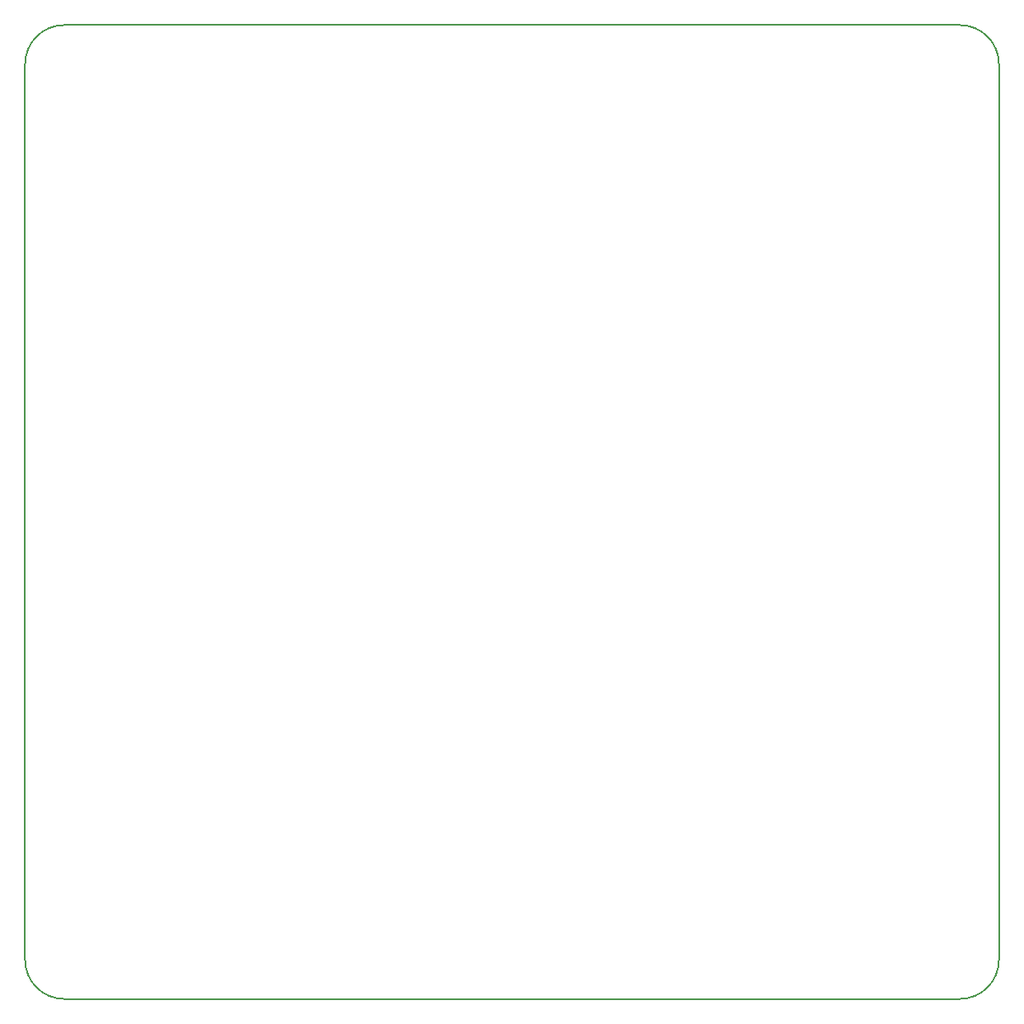
<source format=gbr>
G04 #@! TF.GenerationSoftware,KiCad,Pcbnew,(5.0.0)*
G04 #@! TF.CreationDate,2019-07-28T19:46:13+09:00*
G04 #@! TF.ProjectId,ver.2019_part7,7665722E323031395F70617274372E6B,rev?*
G04 #@! TF.SameCoordinates,Original*
G04 #@! TF.FileFunction,Profile,NP*
%FSLAX46Y46*%
G04 Gerber Fmt 4.6, Leading zero omitted, Abs format (unit mm)*
G04 Created by KiCad (PCBNEW (5.0.0)) date 07/28/19 19:46:13*
%MOMM*%
%LPD*%
G01*
G04 APERTURE LIST*
%ADD10C,0.150000*%
G04 APERTURE END LIST*
D10*
X104000000Y-150000000D02*
G75*
G02X100000000Y-146000000I0J4000000D01*
G01*
X200000000Y-146000000D02*
G75*
G02X196000000Y-150000000I-4000000J0D01*
G01*
X196000000Y-50000000D02*
G75*
G02X200000000Y-54000000I0J-4000000D01*
G01*
X100000000Y-54000000D02*
G75*
G02X104000000Y-50000000I4000000J0D01*
G01*
X196000000Y-50000000D02*
X104000000Y-50000000D01*
X200000000Y-146000000D02*
X200000000Y-54000000D01*
X104000000Y-150000000D02*
X196000000Y-150000000D01*
X100000000Y-54000000D02*
X100000000Y-146000000D01*
M02*

</source>
